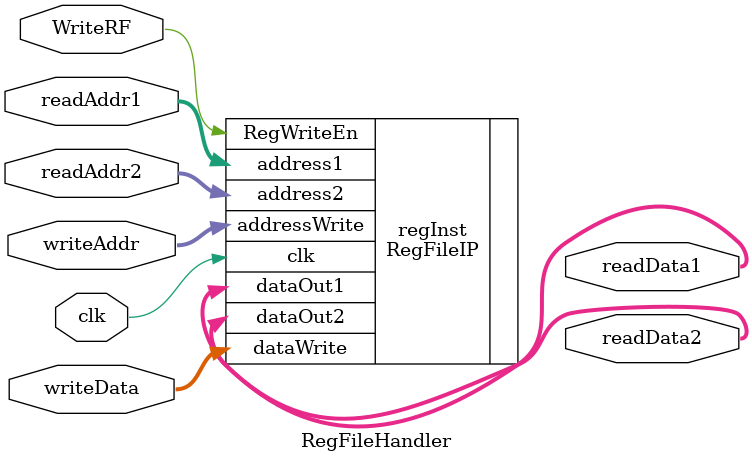
<source format=v>
`timescale 1ns / 1ps
`define REG_WIDTH 32
`define REG_DEPTH 5

module RegFileHandler(
    input   clk,
    input   WriteRF,         
    input   [`REG_DEPTH-1:0] readAddr1,
    input   [`REG_DEPTH-1:0] readAddr2,  
    input   [`REG_DEPTH-1:0] writeAddr, 
    input   [`REG_WIDTH-1:0] writeData,  
    output  [`REG_WIDTH-1:0] readData1, 
    output  [`REG_WIDTH-1:0] readData2
    );
    
    RegFileIP regInst(
        .clk(clk),
        .address1(readAddr1),
        .address2(readAddr2),
        .RegWriteEn(WriteRF),
        .addressWrite(writeAddr),
        .dataWrite(writeData),
        .dataOut1(readData1),
        .dataOut2(readData2)
        );
    
endmodule

</source>
